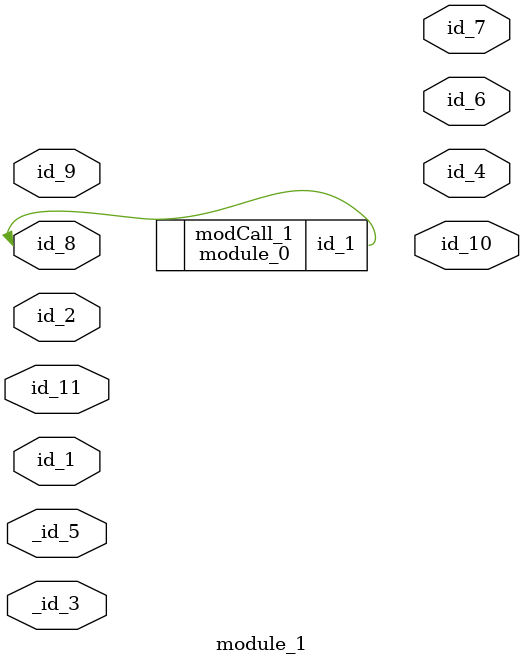
<source format=v>
module module_0 #(
    parameter id_2 = 32'd43
) (
    id_1
);
  inout wire id_1;
  wire _id_2;
  wire [id_2 : 1] id_3;
endmodule
module module_1 #(
    parameter id_3 = 32'd89,
    parameter id_5 = 32'd56
) (
    id_1,
    id_2,
    _id_3,
    id_4,
    _id_5,
    id_6,
    id_7,
    id_8,
    id_9,
    id_10,
    id_11
);
  input wire id_11;
  output wire id_10;
  inout wire id_9;
  inout wire id_8;
  output wire id_7;
  output wire id_6;
  inout wire _id_5;
  output wire id_4;
  module_0 modCall_1 (id_8);
  input wire _id_3;
  input wire id_2;
  input wire id_1;
  wire [-1  &&  id_3 : id_5] id_12;
endmodule

</source>
